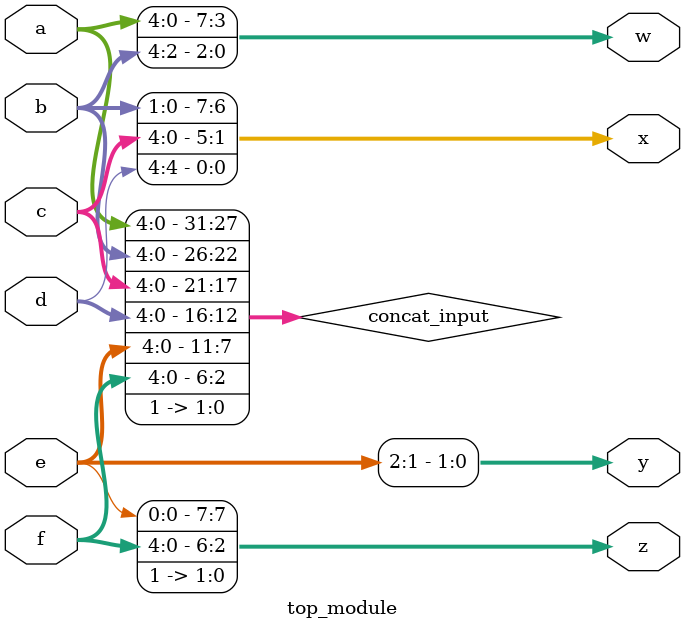
<source format=sv>
module top_module (
    input [4:0] a,
    input [4:0] b,
    input [4:0] c,
    input [4:0] d,
    input [4:0] e,
    input [4:0] f,
    output [7:0] w,
    output [7:0] x,
    output [7:8] y,
    output [7:0] z
);
    wire [31:0] concat_input;
    
    // Concatenate inputs and append two '1' bits
    assign concat_input = {a, b, c, d, e, f, 2'b11};
    
    // Assign concatenated input to outputs
    assign w = concat_input[31:24];
    assign x = concat_input[23:16];
    assign y = concat_input[15:8];
    assign z = concat_input[7:0];
    
endmodule

</source>
